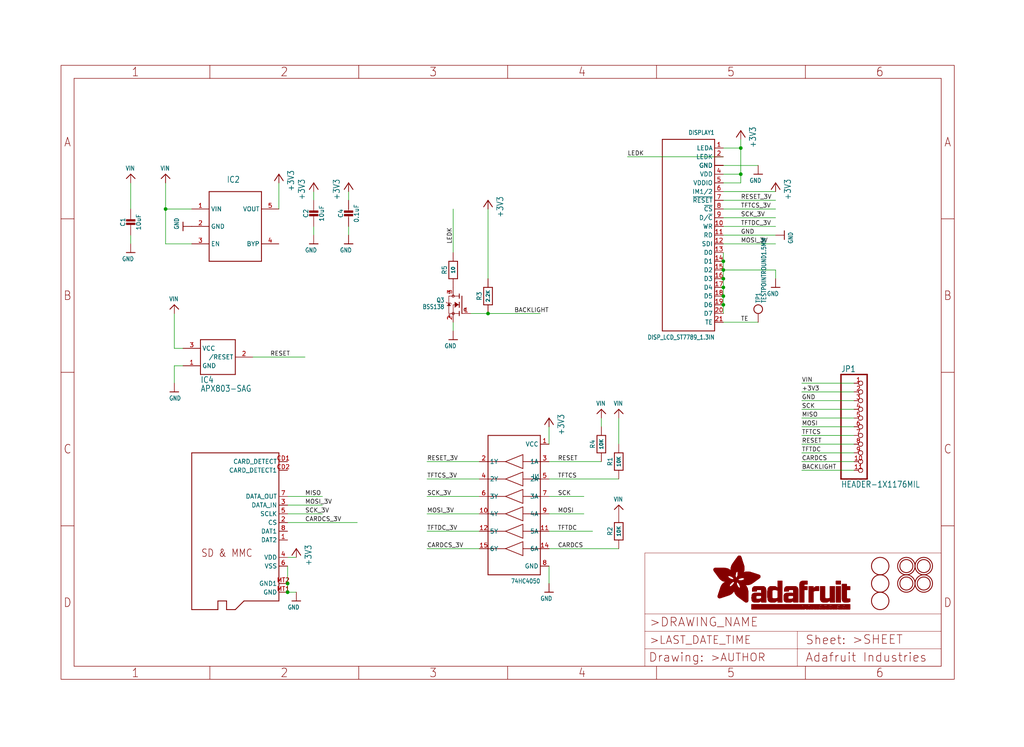
<source format=kicad_sch>
(kicad_sch (version 20211123) (generator eeschema)
  (paper "User" 298.45 217.881)
  (lib_symbols
    (symbol "schematicEagle-eagle-import:+3V3" (power)
      (property "Value" "+3V3" (at -2.54 -5.08 90))
      (symbol "+3V3_1_0"
        (pin power_in line (at 0 -2.54 90) (length 2.54) (name "+3V3") (number "1"))
      )
    )
    (symbol "schematicEagle-eagle-import:74HC4050DTSSOP"
      (property "Reference" "U" (at -7.62 22.86 0))
      (property "Value" "74HC4050DTSSOP" (at -7.62 -22.86 0))
      (symbol "74HC4050DTSSOP_1_0"
        (pin bidirectional line (at -10.16 17.78 0) (length 2.54) (name "VCC") (number "1"))
        (pin bidirectional line (at 10.16 -2.54 180) (length 2.54) (name "4Y") (number "10"))
        (pin bidirectional line (at -10.16 -7.62 0) (length 2.54) (name "5A") (number "11"))
        (pin bidirectional line (at 10.16 -7.62 180) (length 2.54) (name "5Y") (number "12"))
        (pin bidirectional line (at -10.16 -12.7 0) (length 2.54) (name "6A") (number "14"))
        (pin bidirectional line (at 10.16 -12.7 180) (length 2.54) (name "6Y") (number "15"))
        (pin bidirectional line (at 10.16 12.7 180) (length 2.54) (name "1Y") (number "2"))
        (pin bidirectional line (at -10.16 12.7 0) (length 2.54) (name "1A") (number "3"))
        (pin bidirectional line (at 10.16 7.62 180) (length 2.54) (name "2Y") (number "4"))
        (pin bidirectional line (at -10.16 7.62 0) (length 2.54) (name "2A") (number "5"))
        (pin bidirectional line (at 10.16 2.54 180) (length 2.54) (name "3Y") (number "6"))
        (pin bidirectional line (at -10.16 2.54 0) (length 2.54) (name "3A") (number "7"))
        (pin bidirectional line (at -10.16 -17.78 0) (length 2.54) (name "GND") (number "8"))
        (pin bidirectional line (at -10.16 -2.54 0) (length 2.54) (name "4A") (number "9"))
      )
    )
    (symbol "schematicEagle-eagle-import:AXP083-SAG"
      (property "Reference" "IC" (at -5.08 -7.62 0))
      (property "Value" "AXP083-SAG" (at -5.08 -10.16 0))
      (symbol "AXP083-SAG_1_0"
        (pin power_in line (at -10.16 -2.54 0) (length 5.08) (name "GND") (number "1"))
        (pin output line (at 10.16 0 180) (length 5.08) (name "/RESET") (number "2"))
        (pin power_in line (at -10.16 2.54 0) (length 5.08) (name "VCC") (number "3"))
      )
    )
    (symbol "schematicEagle-eagle-import:CAP_CERAMIC0603_NO"
      (property "Reference" "C" (at -2.29 1.25 90))
      (property "Value" "CAP_CERAMIC0603_NO" (at 2.3 1.25 90))
      (symbol "CAP_CERAMIC0603_NO_1_0"
        (pin passive line (at 0 5.08 270) (length 2.54) (name "1") (number "1"))
        (pin passive line (at 0 -2.54 90) (length 2.54) (name "2") (number "2"))
      )
    )
    (symbol "schematicEagle-eagle-import:CAP_CERAMIC0805-NOOUTLINE"
      (property "Reference" "C" (at -2.29 1.25 90))
      (property "Value" "CAP_CERAMIC0805-NOOUTLINE" (at 2.3 1.25 90))
      (symbol "CAP_CERAMIC0805-NOOUTLINE_1_0"
        (pin passive line (at 0 5.08 270) (length 2.54) (name "1") (number "1"))
        (pin passive line (at 0 -2.54 90) (length 2.54) (name "2") (number "2"))
      )
    )
    (symbol "schematicEagle-eagle-import:DISP_LCD_ST7789_1.3IN"
      (property "Reference" "DISPLAY" (at -7.62 31.75 0))
      (property "Value" "DISP_LCD_ST7789_1.3IN" (at -7.62 -27.94 0))
      (symbol "DISP_LCD_ST7789_1.3IN_1_0"
        (pin input line (at -10.16 27.94 0) (length 2.54) (name "LEDA") (number "1"))
        (pin input line (at -10.16 5.08 0) (length 2.54) (name "WR") (number "10"))
        (pin input line (at -10.16 2.54 0) (length 2.54) (name "RD") (number "11"))
        (pin input line (at -10.16 0 0) (length 2.54) (name "SDI") (number "12"))
        (pin bidirectional line (at -10.16 -2.54 0) (length 2.54) (name "D0") (number "13"))
        (pin bidirectional line (at -10.16 -5.08 0) (length 2.54) (name "D1") (number "14"))
        (pin bidirectional line (at -10.16 -7.62 0) (length 2.54) (name "D2") (number "15"))
        (pin bidirectional line (at -10.16 -10.16 0) (length 2.54) (name "D3") (number "16"))
        (pin bidirectional line (at -10.16 -12.7 0) (length 2.54) (name "D4") (number "17"))
        (pin bidirectional line (at -10.16 -15.24 0) (length 2.54) (name "D5") (number "18"))
        (pin bidirectional line (at -10.16 -17.78 0) (length 2.54) (name "D6") (number "19"))
        (pin input line (at -10.16 25.4 0) (length 2.54) (name "LEDK") (number "2"))
        (pin bidirectional line (at -10.16 -20.32 0) (length 2.54) (name "D7") (number "20"))
        (pin output line (at -10.16 -22.86 0) (length 2.54) (name "TE") (number "21"))
        (pin power_in line (at -10.16 22.86 0) (length 2.54) (name "GND") (number "23"))
        (pin power_in line (at -10.16 22.86 0) (length 2.54) (name "GND") (number "24"))
        (pin power_in line (at -10.16 22.86 0) (length 2.54) (name "GND") (number "3"))
        (pin power_in line (at -10.16 20.32 0) (length 2.54) (name "VDD") (number "4"))
        (pin power_in line (at -10.16 17.78 0) (length 2.54) (name "VDDIO") (number "5"))
        (pin input line (at -10.16 15.24 0) (length 2.54) (name "IM1/2") (number "6"))
        (pin input line (at -10.16 12.7 0) (length 2.54) (name "~{RESET}") (number "7"))
        (pin input line (at -10.16 10.16 0) (length 2.54) (name "~{CS}") (number "8"))
        (pin input line (at -10.16 7.62 0) (length 2.54) (name "D/~{C}") (number "9"))
      )
    )
    (symbol "schematicEagle-eagle-import:FIDUCIAL")
    (symbol "schematicEagle-eagle-import:FRAME_A4_ADAFRUIT"
      (symbol "FRAME_A4_ADAFRUIT_0_0"
        (text "1" (at 21.6958 1.905 0) (effects (font (size 2.54 2.286))))
        (text "1" (at 21.6958 177.165 0) (effects (font (size 2.54 2.286))))
        (text "2" (at 65.0875 1.905 0) (effects (font (size 2.54 2.286))))
        (text "2" (at 65.0875 177.165 0) (effects (font (size 2.54 2.286))))
        (text "3" (at 108.4792 1.905 0) (effects (font (size 2.54 2.286))))
        (text "3" (at 108.4792 177.165 0) (effects (font (size 2.54 2.286))))
        (text "4" (at 151.8708 1.905 0) (effects (font (size 2.54 2.286))))
        (text "4" (at 151.8708 177.165 0) (effects (font (size 2.54 2.286))))
        (text "5" (at 195.2625 1.905 0) (effects (font (size 2.54 2.286))))
        (text "5" (at 195.2625 177.165 0) (effects (font (size 2.54 2.286))))
        (text "6" (at 238.6542 1.905 0) (effects (font (size 2.54 2.286))))
        (text "6" (at 238.6542 177.165 0) (effects (font (size 2.54 2.286))))
        (text "A" (at 1.905 156.6863 0) (effects (font (size 2.54 2.286))))
        (text "A" (at 258.445 156.6863 0) (effects (font (size 2.54 2.286))))
        (text "B" (at 1.905 111.9188 0) (effects (font (size 2.54 2.286))))
        (text "B" (at 258.445 111.9188 0) (effects (font (size 2.54 2.286))))
        (text "C" (at 1.905 67.1513 0) (effects (font (size 2.54 2.286))))
        (text "C" (at 258.445 67.1513 0) (effects (font (size 2.54 2.286))))
        (text "D" (at 1.905 22.3838 0) (effects (font (size 2.54 2.286))))
        (text "D" (at 258.445 22.3838 0) (effects (font (size 2.54 2.286))))
      )
      (symbol "FRAME_A4_ADAFRUIT_1_0"
        (text ">AUTHOR" (at 189.23 5.08 0) (effects (font (size 2.286 2.286)) (justify left bottom)))
        (text ">DRAWING_NAME" (at 171.45 15.24 0) (effects (font (size 2.54 2.54)) (justify left bottom)))
        (text ">LAST_DATE_TIME" (at 171.45 10.16 0) (effects (font (size 2.286 2.286)) (justify left bottom)))
        (text ">SHEET" (at 230.505 10.16 0) (effects (font (size 2.54 2.54)) (justify left bottom)))
        (text "Adafruit Industries" (at 216.916 4.953 0) (effects (font (size 2.54 2.54)) (justify left bottom)))
        (text "Drawing:" (at 171.196 4.953 0) (effects (font (size 2.54 2.54)) (justify left bottom)))
        (text "Sheet:" (at 216.916 10.033 0) (effects (font (size 2.54 2.54)) (justify left bottom)))
      )
    )
    (symbol "schematicEagle-eagle-import:GND" (power)
      (property "Value" "GND" (at -1.524 -2.54 0))
      (symbol "GND_1_0"
        (pin power_in line (at 0 2.54 270) (length 2.54) (name "GND") (number "1"))
      )
    )
    (symbol "schematicEagle-eagle-import:HEADER-1X1176MIL"
      (property "Reference" "JP" (at -6.35 15.875 0))
      (property "Value" "HEADER-1X1176MIL" (at -6.35 -17.78 0))
      (symbol "HEADER-1X1176MIL_1_0"
        (pin passive inverted (at -2.54 12.7 0) (length 2.54) (name "1") (number "1"))
        (pin passive inverted (at -2.54 -10.16 0) (length 2.54) (name "10") (number "10"))
        (pin passive inverted (at -2.54 -12.7 0) (length 2.54) (name "11") (number "11"))
        (pin passive inverted (at -2.54 10.16 0) (length 2.54) (name "2") (number "2"))
        (pin passive inverted (at -2.54 7.62 0) (length 2.54) (name "3") (number "3"))
        (pin passive inverted (at -2.54 5.08 0) (length 2.54) (name "4") (number "4"))
        (pin passive inverted (at -2.54 2.54 0) (length 2.54) (name "5") (number "5"))
        (pin passive inverted (at -2.54 0 0) (length 2.54) (name "6") (number "6"))
        (pin passive inverted (at -2.54 -2.54 0) (length 2.54) (name "7") (number "7"))
        (pin passive inverted (at -2.54 -5.08 0) (length 2.54) (name "8") (number "8"))
        (pin passive inverted (at -2.54 -7.62 0) (length 2.54) (name "9") (number "9"))
      )
    )
    (symbol "schematicEagle-eagle-import:LP298XS"
      (property "Reference" "IC" (at -12.7 -5.08 90))
      (property "Value" "LP298XS" (at 12.7 -5.08 90))
      (symbol "LP298XS_1_0"
        (pin bidirectional line (at -5.08 -15.24 90) (length 5.08) (name "VIN") (number "1"))
        (pin bidirectional line (at 0 -15.24 90) (length 5.08) (name "GND") (number "2"))
        (pin bidirectional line (at 5.08 -15.24 90) (length 5.08) (name "EN") (number "3"))
        (pin bidirectional line (at 5.08 10.16 270) (length 5.08) (name "BYP") (number "4"))
        (pin bidirectional line (at -5.08 10.16 270) (length 5.08) (name "VOUT") (number "5"))
      )
    )
    (symbol "schematicEagle-eagle-import:MICROSD"
      (symbol "MICROSD_1_0"
        (text "SD & MMC" (at -7.62 -10.16 0) (effects (font (size 2.1844 1.8567)) (justify left bottom)))
        (pin bidirectional line (at -17.78 -5.08 0) (length 2.54) (name "DAT2") (number "1"))
        (pin input line (at -17.78 0 0) (length 2.54) (name "CS") (number "2"))
        (pin input line (at -17.78 5.08 0) (length 2.54) (name "DATA_IN") (number "3"))
        (pin power_in line (at -17.78 -10.16 0) (length 2.54) (name "VDD") (number "4"))
        (pin input line (at -17.78 2.54 0) (length 2.54) (name "SCLK") (number "5"))
        (pin power_in line (at -17.78 -12.7 0) (length 2.54) (name "VSS") (number "6"))
        (pin output line (at -17.78 7.62 0) (length 2.54) (name "DATA_OUT") (number "7"))
        (pin bidirectional line (at -17.78 -2.54 0) (length 2.54) (name "DAT1") (number "8"))
        (pin passive line (at -17.78 17.78 0) (length 2.54) (name "CARD_DETECT") (number "CD1"))
        (pin passive line (at -17.78 15.24 0) (length 2.54) (name "CARD_DETECT1") (number "CD2"))
        (pin power_in line (at -17.78 -20.32 0) (length 2.54) (name "GND") (number "MT1"))
        (pin power_in line (at -17.78 -17.78 0) (length 2.54) (name "GND1") (number "MT2"))
      )
    )
    (symbol "schematicEagle-eagle-import:MOSFET-NWIDE"
      (property "Reference" "Q" (at 5.08 0.635 0))
      (property "Value" "MOSFET-NWIDE" (at 5.08 -1.27 0))
      (symbol "MOSFET-NWIDE_1_0"
        (text "D" (at 3.175 3.175 0) (effects (font (size 0.8128 0.6908)) (justify left bottom)))
        (text "G" (at -1.27 -1.905 0) (effects (font (size 0.8128 0.6908)) (justify left bottom)))
        (text "S" (at 3.175 -3.81 0) (effects (font (size 0.8128 0.6908)) (justify left bottom)))
        (pin bidirectional line (at -2.54 -2.54 0) (length 2.54) (name "G") (number "1"))
        (pin bidirectional line (at 2.54 -5.08 90) (length 2.54) (name "S") (number "2"))
        (pin bidirectional line (at 2.54 5.08 270) (length 2.54) (name "D") (number "3"))
      )
    )
    (symbol "schematicEagle-eagle-import:MOUNTINGHOLE2.5")
    (symbol "schematicEagle-eagle-import:RESISTOR_0603_NOOUT"
      (property "Reference" "R" (at 0 2.54 0))
      (property "Value" "RESISTOR_0603_NOOUT" (at 0 0 0))
      (symbol "RESISTOR_0603_NOOUT_1_0"
        (pin passive line (at -5.08 0 0) (length 2.54) (name "1") (number "1"))
        (pin passive line (at 5.08 0 180) (length 2.54) (name "2") (number "2"))
      )
    )
    (symbol "schematicEagle-eagle-import:TESTPOINTROUND1.5MM"
      (property "Reference" "TP" (at 0 5.588 90))
      (property "Value" "TESTPOINTROUND1.5MM" (at 1.651 5.588 90))
      (symbol "TESTPOINTROUND1.5MM_1_0"
        (pin bidirectional line (at 0 0 90) (length 2.54) (name "P$1") (number "P$1"))
      )
    )
    (symbol "schematicEagle-eagle-import:VIN" (power)
      (property "Value" "VIN" (at -1.524 1.016 0))
      (symbol "VIN_1_0"
        (pin power_in line (at 0 -2.54 90) (length 2.54) (name "VIN") (number "1"))
      )
    )
  )
  (junction (at 83.82 170.18))
  (junction (at 210.82 86.36))
  (junction (at 215.9 50.8))
  (junction (at 48.26 60.96))
  (junction (at 210.82 81.28))
  (junction (at 210.82 83.82))
  (junction (at 210.82 78.74))
  (junction (at 210.82 76.2))
  (junction (at 210.82 88.9))
  (junction (at 83.82 172.72))
  (junction (at 142.24 91.44))
  (junction (at 215.9 43.18))
  (wire (pts (xy 81.28 53.34) (xy 81.28 60.96)))
  (wire (pts (xy 215.9 43.18) (xy 215.9 40.64)))
  (wire (pts (xy 210.82 78.74) (xy 226.06 78.74)))
  (wire (pts (xy 101.6 55.88) (xy 101.6 58.42)))
  (wire (pts (xy 91.44 68.58) (xy 91.44 66.04)))
  (wire (pts (xy 50.8 91.44) (xy 50.8 101.6)))
  (wire (pts (xy 210.82 68.58) (xy 226.06 68.58)))
  (wire (pts (xy 73.66 104.14) (xy 88.9 104.14)))
  (wire (pts (xy 248.92 111.76) (xy 233.68 111.76)))
  (wire (pts (xy 104.14 152.4) (xy 83.82 152.4)))
  (wire (pts (xy 210.82 86.36) (xy 210.82 88.9)))
  (wire (pts (xy 210.82 81.28) (xy 210.82 83.82)))
  (wire (pts (xy 50.8 106.68) (xy 53.34 106.68)))
  (wire (pts (xy 210.82 83.82) (xy 210.82 86.36)))
  (wire (pts (xy 160.02 170.18) (xy 160.02 165.1)))
  (wire (pts (xy 38.1 71.12) (xy 38.1 68.58)))
  (wire (pts (xy 137.16 91.44) (xy 142.24 91.44)))
  (wire (pts (xy 210.82 73.66) (xy 210.82 76.2)))
  (wire (pts (xy 210.82 55.88) (xy 226.06 55.88)))
  (wire (pts (xy 210.82 63.5) (xy 226.06 63.5)))
  (wire (pts (xy 210.82 88.9) (xy 210.82 91.44)))
  (wire (pts (xy 48.26 60.96) (xy 48.26 53.34)))
  (wire (pts (xy 160.02 134.62) (xy 175.26 134.62)))
  (wire (pts (xy 233.68 114.3) (xy 248.92 114.3)))
  (wire (pts (xy 93.98 147.32) (xy 83.82 147.32)))
  (wire (pts (xy 215.9 50.8) (xy 215.9 43.18)))
  (wire (pts (xy 38.1 53.34) (xy 38.1 60.96)))
  (wire (pts (xy 48.26 60.96) (xy 55.88 60.96)))
  (wire (pts (xy 226.06 71.12) (xy 210.82 71.12)))
  (wire (pts (xy 139.7 144.78) (xy 124.46 144.78)))
  (wire (pts (xy 233.68 121.92) (xy 248.92 121.92)))
  (wire (pts (xy 83.82 172.72) (xy 83.82 170.18)))
  (wire (pts (xy 248.92 119.38) (xy 233.68 119.38)))
  (wire (pts (xy 139.7 139.7) (xy 124.46 139.7)))
  (wire (pts (xy 101.6 68.58) (xy 101.6 66.04)))
  (wire (pts (xy 132.08 96.52) (xy 132.08 93.98)))
  (wire (pts (xy 86.36 162.56) (xy 83.82 162.56)))
  (wire (pts (xy 226.06 78.74) (xy 226.06 81.28)))
  (wire (pts (xy 248.92 129.54) (xy 233.68 129.54)))
  (wire (pts (xy 248.92 137.16) (xy 233.68 137.16)))
  (wire (pts (xy 83.82 170.18) (xy 83.82 165.1)))
  (wire (pts (xy 248.92 132.08) (xy 233.68 132.08)))
  (wire (pts (xy 210.82 48.26) (xy 220.98 48.26)))
  (wire (pts (xy 91.44 55.88) (xy 91.44 58.42)))
  (wire (pts (xy 210.82 58.42) (xy 226.06 58.42)))
  (wire (pts (xy 55.88 71.12) (xy 48.26 71.12)))
  (wire (pts (xy 160.02 160.02) (xy 180.34 160.02)))
  (wire (pts (xy 132.08 73.66) (xy 132.08 60.96)))
  (wire (pts (xy 215.9 53.34) (xy 215.9 50.8)))
  (wire (pts (xy 210.82 53.34) (xy 215.9 53.34)))
  (wire (pts (xy 210.82 45.72) (xy 182.88 45.72)))
  (wire (pts (xy 83.82 172.72) (xy 86.36 172.72)))
  (wire (pts (xy 210.82 93.98) (xy 220.98 93.98)))
  (wire (pts (xy 50.8 111.76) (xy 50.8 106.68)))
  (wire (pts (xy 226.06 60.96) (xy 210.82 60.96)))
  (wire (pts (xy 226.06 66.04) (xy 210.82 66.04)))
  (wire (pts (xy 93.98 149.86) (xy 83.82 149.86)))
  (wire (pts (xy 170.18 144.78) (xy 160.02 144.78)))
  (wire (pts (xy 248.92 124.46) (xy 233.68 124.46)))
  (wire (pts (xy 248.92 116.84) (xy 233.68 116.84)))
  (wire (pts (xy 160.02 124.46) (xy 160.02 129.54)))
  (wire (pts (xy 210.82 76.2) (xy 210.82 78.74)))
  (wire (pts (xy 175.26 124.46) (xy 175.26 121.92)))
  (wire (pts (xy 160.02 154.94) (xy 172.72 154.94)))
  (wire (pts (xy 210.82 78.74) (xy 210.82 81.28)))
  (wire (pts (xy 48.26 71.12) (xy 48.26 60.96)))
  (wire (pts (xy 210.82 50.8) (xy 215.9 50.8)))
  (wire (pts (xy 139.7 160.02) (xy 124.46 160.02)))
  (wire (pts (xy 139.7 149.86) (xy 124.46 149.86)))
  (wire (pts (xy 83.82 144.78) (xy 93.98 144.78)))
  (wire (pts (xy 210.82 43.18) (xy 215.9 43.18)))
  (wire (pts (xy 233.68 127) (xy 248.92 127)))
  (wire (pts (xy 160.02 139.7) (xy 180.34 139.7)))
  (wire (pts (xy 160.02 149.86) (xy 170.18 149.86)))
  (wire (pts (xy 248.92 134.62) (xy 233.68 134.62)))
  (wire (pts (xy 180.34 121.92) (xy 180.34 129.54)))
  (wire (pts (xy 142.24 91.44) (xy 157.48 91.44)))
  (wire (pts (xy 139.7 154.94) (xy 124.46 154.94)))
  (wire (pts (xy 139.7 134.62) (xy 124.46 134.62)))
  (wire (pts (xy 53.34 101.6) (xy 50.8 101.6)))
  (wire (pts (xy 142.24 60.96) (xy 142.24 81.28)))
  (label "MISO" (at 88.9 144.78 0) (effects (font (size 1.2446 1.2446))))
  (label "SCK" (at 233.68 119.38 0) (effects (font (size 1.2446 1.2446))))
  (label "CARDCS_3V" (at 124.46 160.02 0) (effects (font (size 1.2446 1.2446))))
  (label "TFTCS_3V" (at 124.46 139.7 0) (effects (font (size 1.2446 1.2446))))
  (label "VIN" (at 233.68 111.76 0) (effects (font (size 1.2446 1.2446))))
  (label "TFTDC_3V" (at 215.9 66.04 0) (effects (font (size 1.2446 1.2446))))
  (label "BACKLIGHT" (at 149.86 91.44 0) (effects (font (size 1.2446 1.2446))))
  (label "TFTDC" (at 162.56 154.94 0) (effects (font (size 1.2446 1.2446))))
  (label "+3V3" (at 233.68 114.3 0) (effects (font (size 1.2446 1.2446))))
  (label "RESET" (at 162.56 134.62 0) (effects (font (size 1.2446 1.2446))))
  (label "SCK_3V" (at 124.46 144.78 0) (effects (font (size 1.2446 1.2446))))
  (label "TFTDC_3V" (at 124.46 154.94 0) (effects (font (size 1.2446 1.2446))))
  (label "LEDK" (at 132.08 71.12 90) (effects (font (size 1.2446 1.2446))))
  (label "TFTCS" (at 162.56 139.7 0) (effects (font (size 1.2446 1.2446))))
  (label "CARDCS_3V" (at 88.9 152.4 0) (effects (font (size 1.2446 1.2446))))
  (label "TFTCS" (at 233.68 127 0) (effects (font (size 1.2446 1.2446))))
  (label "TE" (at 215.9 93.98 0) (effects (font (size 1.2446 1.2446))))
  (label "MOSI_3V" (at 215.9 71.12 0) (effects (font (size 1.2446 1.2446))))
  (label "MOSI" (at 233.68 124.46 0) (effects (font (size 1.2446 1.2446))))
  (label "MOSI_3V" (at 124.46 149.86 0) (effects (font (size 1.2446 1.2446))))
  (label "MOSI" (at 162.56 149.86 0) (effects (font (size 1.2446 1.2446))))
  (label "LEDK" (at 182.88 45.72 0) (effects (font (size 1.2446 1.2446))))
  (label "RESET_3V" (at 215.9 58.42 0) (effects (font (size 1.2446 1.2446))))
  (label "SCK_3V" (at 88.9 149.86 0) (effects (font (size 1.2446 1.2446))))
  (label "MISO" (at 233.68 121.92 0) (effects (font (size 1.2446 1.2446))))
  (label "BACKLIGHT" (at 233.68 137.16 0) (effects (font (size 1.2446 1.2446))))
  (label "TFTCS_3V" (at 215.9 60.96 0) (effects (font (size 1.2446 1.2446))))
  (label "TFTDC" (at 233.68 132.08 0) (effects (font (size 1.2446 1.2446))))
  (label "MOSI_3V" (at 88.9 147.32 0) (effects (font (size 1.2446 1.2446))))
  (label "GND" (at 215.9 68.58 0) (effects (font (size 1.2446 1.2446))))
  (label "RESET" (at 233.68 129.54 0) (effects (font (size 1.2446 1.2446))))
  (label "SCK" (at 162.56 144.78 0) (effects (font (size 1.2446 1.2446))))
  (label "GND" (at 233.68 116.84 0) (effects (font (size 1.2446 1.2446))))
  (label "RESET" (at 78.74 104.14 0) (effects (font (size 1.2446 1.2446))))
  (label "CARDCS" (at 162.56 160.02 0) (effects (font (size 1.2446 1.2446))))
  (label "RESET_3V" (at 124.46 134.62 0) (effects (font (size 1.2446 1.2446))))
  (label "CARDCS" (at 233.68 134.62 0) (effects (font (size 1.2446 1.2446))))
  (label "SCK_3V" (at 215.9 63.5 0) (effects (font (size 1.2446 1.2446))))
  (symbol (lib_id "schematicEagle-eagle-import:TESTPOINTROUND1.5MM") (at 220.98 93.98 0) (unit 1)
    (property "Reference" "TP1" (at 220.98 88.392 90) (effects (font (size 1.27 1.0795)) (justify left)))
    (property "Value" "TESTPOINTROUND1.5MM" (at 222.631 88.392 90) (effects (font (size 1.27 1.0795)) (justify left)))
    (property "Footprint" "schematicEagle:TESTPOINT_ROUND_1.5MM" (effects hide))
  )
  (symbol (lib_id "schematicEagle-eagle-import:GND") (at 50.8 114.3 0) (unit 1)
    (property "Reference" "#U$11" (effects hide))
    (property "Value" "GND" (at 49.276 116.84 0) (effects (font (size 1.27 1.0795)) (justify left bottom)))
    (property "Footprint" "schematicEagle:" (effects hide))
  )
  (symbol (lib_id "schematicEagle-eagle-import:CAP_CERAMIC0805-NOOUTLINE") (at 38.1 66.04 0) (unit 1)
    (property "Reference" "C1" (at 35.81 64.79 90))
    (property "Value" "10uF" (at 40.4 64.79 90))
    (property "Footprint" "schematicEagle:0805-NO" (effects hide))
  )
  (symbol (lib_id "schematicEagle-eagle-import:+3V3") (at 142.24 58.42 0) (mirror y) (unit 1)
    (property "Reference" "#+3V9" (effects hide))
    (property "Value" "+3V3" (at 144.78 63.5 90) (effects (font (size 1.778 1.5113)) (justify left bottom)))
    (property "Footprint" "schematicEagle:" (effects hide))
  )
  (symbol (lib_id "schematicEagle-eagle-import:RESISTOR_0603_NOOUT") (at 180.34 134.62 90) (unit 1)
    (property "Reference" "R1" (at 177.8 134.62 0))
    (property "Value" "10K" (at 180.34 134.62 0) (effects (font (size 1.016 1.016) bold)))
    (property "Footprint" "schematicEagle:0603-NO" (effects hide))
  )
  (symbol (lib_id "schematicEagle-eagle-import:AXP083-SAG") (at 63.5 104.14 0) (unit 1)
    (property "Reference" "IC4" (at 58.42 111.76 0) (effects (font (size 1.778 1.5113)) (justify left bottom)))
    (property "Value" "APX803-SAG" (at 58.42 114.3 0) (effects (font (size 1.778 1.5113)) (justify left bottom)))
    (property "Footprint" "schematicEagle:SOT23" (effects hide))
  )
  (symbol (lib_id "schematicEagle-eagle-import:FIDUCIAL") (at 256.54 165.1 0) (unit 1)
    (property "Reference" "U$4" (effects hide))
    (property "Value" "FIDUCIAL" (effects hide))
    (property "Footprint" "schematicEagle:FIDUCIAL_1MM" (effects hide))
  )
  (symbol (lib_id "schematicEagle-eagle-import:VIN") (at 180.34 147.32 0) (unit 1)
    (property "Reference" "#U$13" (effects hide))
    (property "Value" "VIN" (at 178.816 146.304 0) (effects (font (size 1.27 1.0795)) (justify left bottom)))
    (property "Footprint" "schematicEagle:" (effects hide))
  )
  (symbol (lib_id "schematicEagle-eagle-import:GND") (at 38.1 73.66 0) (unit 1)
    (property "Reference" "#GND12" (effects hide))
    (property "Value" "GND" (at 35.56 76.2 0) (effects (font (size 1.27 1.0795)) (justify left bottom)))
    (property "Footprint" "schematicEagle:" (effects hide))
  )
  (symbol (lib_id "schematicEagle-eagle-import:FIDUCIAL") (at 256.54 170.18 0) (unit 1)
    (property "Reference" "U$3" (effects hide))
    (property "Value" "FIDUCIAL" (effects hide))
    (property "Footprint" "schematicEagle:FIDUCIAL_1MM" (effects hide))
  )
  (symbol (lib_id "schematicEagle-eagle-import:CAP_CERAMIC0603_NO") (at 101.6 63.5 0) (unit 1)
    (property "Reference" "C4" (at 99.31 62.25 90))
    (property "Value" "0.1uF" (at 103.9 62.25 90))
    (property "Footprint" "schematicEagle:0603-NO" (effects hide))
  )
  (symbol (lib_id "schematicEagle-eagle-import:HEADER-1X1176MIL") (at 251.46 124.46 0) (unit 1)
    (property "Reference" "JP1" (at 245.11 108.585 0) (effects (font (size 1.778 1.5113)) (justify left bottom)))
    (property "Value" "HEADER-1X1176MIL" (at 245.11 142.24 0) (effects (font (size 1.778 1.5113)) (justify left bottom)))
    (property "Footprint" "schematicEagle:1X11_ROUND_76" (effects hide))
  )
  (symbol (lib_id "schematicEagle-eagle-import:VIN") (at 50.8 88.9 0) (unit 1)
    (property "Reference" "#U$17" (effects hide))
    (property "Value" "VIN" (at 49.276 87.884 0) (effects (font (size 1.27 1.0795)) (justify left bottom)))
    (property "Footprint" "schematicEagle:" (effects hide))
  )
  (symbol (lib_id "schematicEagle-eagle-import:GND") (at 228.6 68.58 90) (unit 1)
    (property "Reference" "#GND6" (effects hide))
    (property "Value" "GND" (at 231.14 71.12 0) (effects (font (size 1.27 1.0795)) (justify left bottom)))
    (property "Footprint" "schematicEagle:" (effects hide))
  )
  (symbol (lib_id "schematicEagle-eagle-import:DISP_LCD_ST7789_1.3IN") (at 200.66 71.12 0) (mirror y) (unit 1)
    (property "Reference" "DISPLAY1" (at 208.28 39.37 0) (effects (font (size 1.27 1.0795)) (justify left bottom)))
    (property "Value" "DISP_LCD_ST7789_1.3IN" (at 208.28 99.06 0) (effects (font (size 1.27 1.0795)) (justify left bottom)))
    (property "Footprint" "schematicEagle:TFT_1.3IN_240X240_24P" (effects hide))
  )
  (symbol (lib_id "schematicEagle-eagle-import:VIN") (at 48.26 50.8 0) (unit 1)
    (property "Reference" "#U$6" (effects hide))
    (property "Value" "VIN" (at 46.736 49.784 0) (effects (font (size 1.27 1.0795)) (justify left bottom)))
    (property "Footprint" "schematicEagle:" (effects hide))
  )
  (symbol (lib_id "schematicEagle-eagle-import:VIN") (at 175.26 119.38 0) (unit 1)
    (property "Reference" "#U$14" (effects hide))
    (property "Value" "VIN" (at 173.736 118.364 0) (effects (font (size 1.27 1.0795)) (justify left bottom)))
    (property "Footprint" "schematicEagle:" (effects hide))
  )
  (symbol (lib_id "schematicEagle-eagle-import:GND") (at 226.06 83.82 0) (unit 1)
    (property "Reference" "#GND4" (effects hide))
    (property "Value" "GND" (at 223.52 86.36 0) (effects (font (size 1.27 1.0795)) (justify left bottom)))
    (property "Footprint" "schematicEagle:" (effects hide))
  )
  (symbol (lib_id "schematicEagle-eagle-import:+3V3") (at 160.02 121.92 0) (mirror y) (unit 1)
    (property "Reference" "#+3V3" (effects hide))
    (property "Value" "+3V3" (at 162.56 127 90) (effects (font (size 1.778 1.5113)) (justify left bottom)))
    (property "Footprint" "schematicEagle:" (effects hide))
  )
  (symbol (lib_id "schematicEagle-eagle-import:GND") (at 86.36 175.26 0) (unit 1)
    (property "Reference" "#GND1" (effects hide))
    (property "Value" "GND" (at 83.82 177.8 0) (effects (font (size 1.27 1.0795)) (justify left bottom)))
    (property "Footprint" "schematicEagle:" (effects hide))
  )
  (symbol (lib_id "schematicEagle-eagle-import:RESISTOR_0603_NOOUT") (at 180.34 154.94 90) (unit 1)
    (property "Reference" "R2" (at 177.8 154.94 0))
    (property "Value" "10K" (at 180.34 154.94 0) (effects (font (size 1.016 1.016) bold)))
    (property "Footprint" "schematicEagle:0603-NO" (effects hide))
  )
  (symbol (lib_id "schematicEagle-eagle-import:+3V3") (at 81.28 50.8 0) (mirror y) (unit 1)
    (property "Reference" "#+3V2" (effects hide))
    (property "Value" "+3V3" (at 83.82 55.88 90) (effects (font (size 1.778 1.5113)) (justify left bottom)))
    (property "Footprint" "schematicEagle:" (effects hide))
  )
  (symbol (lib_id "schematicEagle-eagle-import:+3V3") (at 226.06 53.34 0) (mirror y) (unit 1)
    (property "Reference" "#+3V5" (effects hide))
    (property "Value" "+3V3" (at 228.6 58.42 90) (effects (font (size 1.778 1.5113)) (justify left bottom)))
    (property "Footprint" "schematicEagle:" (effects hide))
  )
  (symbol (lib_id "schematicEagle-eagle-import:MOUNTINGHOLE2.5") (at 264.16 165.1 0) (unit 1)
    (property "Reference" "U$7" (effects hide))
    (property "Value" "MOUNTINGHOLE2.5" (effects hide))
    (property "Footprint" "schematicEagle:MOUNTINGHOLE_2.5_PLATED" (effects hide))
  )
  (symbol (lib_id "schematicEagle-eagle-import:CAP_CERAMIC0805-NOOUTLINE") (at 91.44 63.5 0) (unit 1)
    (property "Reference" "C2" (at 89.15 62.25 90))
    (property "Value" "10uF" (at 93.74 62.25 90))
    (property "Footprint" "schematicEagle:0805-NO" (effects hide))
  )
  (symbol (lib_id "schematicEagle-eagle-import:FIDUCIAL") (at 256.54 175.26 0) (unit 1)
    (property "Reference" "U$5" (effects hide))
    (property "Value" "FIDUCIAL" (effects hide))
    (property "Footprint" "schematicEagle:FIDUCIAL_1MM" (effects hide))
  )
  (symbol (lib_id "schematicEagle-eagle-import:MOSFET-NWIDE") (at 134.62 88.9 0) (mirror y) (unit 1)
    (property "Reference" "Q3" (at 129.54 88.265 0) (effects (font (size 1.27 1.0795)) (justify left bottom)))
    (property "Value" "BSS138" (at 129.54 90.17 0) (effects (font (size 1.27 1.0795)) (justify left bottom)))
    (property "Footprint" "schematicEagle:SOT23-WIDE" (effects hide))
  )
  (symbol (lib_id "schematicEagle-eagle-import:+3V3") (at 101.6 53.34 0) (unit 1)
    (property "Reference" "#+3V8" (effects hide))
    (property "Value" "+3V3" (at 99.06 58.42 90) (effects (font (size 1.778 1.5113)) (justify left bottom)))
    (property "Footprint" "schematicEagle:" (effects hide))
  )
  (symbol (lib_id "schematicEagle-eagle-import:GND") (at 220.98 50.8 0) (unit 1)
    (property "Reference" "#GND3" (effects hide))
    (property "Value" "GND" (at 218.44 53.34 0) (effects (font (size 1.27 1.0795)) (justify left bottom)))
    (property "Footprint" "schematicEagle:" (effects hide))
  )
  (symbol (lib_id "schematicEagle-eagle-import:+3V3") (at 91.44 53.34 0) (unit 1)
    (property "Reference" "#+3V6" (effects hide))
    (property "Value" "+3V3" (at 88.9 58.42 90) (effects (font (size 1.778 1.5113)) (justify left bottom)))
    (property "Footprint" "schematicEagle:" (effects hide))
  )
  (symbol (lib_id "schematicEagle-eagle-import:MOUNTINGHOLE2.5") (at 269.24 170.18 0) (unit 1)
    (property "Reference" "U$9" (effects hide))
    (property "Value" "MOUNTINGHOLE2.5" (effects hide))
    (property "Footprint" "schematicEagle:MOUNTINGHOLE_2.5_PLATED" (effects hide))
  )
  (symbol (lib_id "schematicEagle-eagle-import:RESISTOR_0603_NOOUT") (at 142.24 86.36 90) (unit 1)
    (property "Reference" "R3" (at 139.7 86.36 0))
    (property "Value" "2.2K" (at 142.24 86.36 0) (effects (font (size 1.016 1.016) bold)))
    (property "Footprint" "schematicEagle:0603-NO" (effects hide))
  )
  (symbol (lib_id "schematicEagle-eagle-import:RESISTOR_0603_NOOUT") (at 175.26 129.54 90) (unit 1)
    (property "Reference" "R4" (at 172.72 129.54 0))
    (property "Value" "10K" (at 175.26 129.54 0) (effects (font (size 1.016 1.016) bold)))
    (property "Footprint" "schematicEagle:0603-NO" (effects hide))
  )
  (symbol (lib_id "schematicEagle-eagle-import:GND") (at 132.08 99.06 0) (unit 1)
    (property "Reference" "#GND5" (effects hide))
    (property "Value" "GND" (at 129.54 101.6 0) (effects (font (size 1.27 1.0795)) (justify left bottom)))
    (property "Footprint" "schematicEagle:" (effects hide))
  )
  (symbol (lib_id "schematicEagle-eagle-import:MOUNTINGHOLE2.5") (at 264.16 170.18 0) (unit 1)
    (property "Reference" "U$10" (effects hide))
    (property "Value" "MOUNTINGHOLE2.5" (effects hide))
    (property "Footprint" "schematicEagle:MOUNTINGHOLE_2.5_PLATED" (effects hide))
  )
  (symbol (lib_id "schematicEagle-eagle-import:VIN") (at 38.1 50.8 0) (unit 1)
    (property "Reference" "#U$1" (effects hide))
    (property "Value" "VIN" (at 36.576 49.784 0) (effects (font (size 1.27 1.0795)) (justify left bottom)))
    (property "Footprint" "schematicEagle:" (effects hide))
  )
  (symbol (lib_id "schematicEagle-eagle-import:MOUNTINGHOLE2.5") (at 269.24 165.1 0) (unit 1)
    (property "Reference" "U$8" (effects hide))
    (property "Value" "MOUNTINGHOLE2.5" (effects hide))
    (property "Footprint" "schematicEagle:MOUNTINGHOLE_2.5_PLATED" (effects hide))
  )
  (symbol (lib_id "schematicEagle-eagle-import:+3V3") (at 215.9 38.1 0) (mirror y) (unit 1)
    (property "Reference" "#+3V7" (effects hide))
    (property "Value" "+3V3" (at 218.44 43.18 90) (effects (font (size 1.778 1.5113)) (justify left bottom)))
    (property "Footprint" "schematicEagle:" (effects hide))
  )
  (symbol (lib_id "schematicEagle-eagle-import:RESISTOR_0603_NOOUT") (at 132.08 78.74 90) (unit 1)
    (property "Reference" "R5" (at 129.54 78.74 0))
    (property "Value" "10" (at 132.08 78.74 0) (effects (font (size 1.016 1.016) bold)))
    (property "Footprint" "schematicEagle:0603-NO" (effects hide))
  )
  (symbol (lib_id "schematicEagle-eagle-import:VIN") (at 180.34 119.38 0) (unit 1)
    (property "Reference" "#U$12" (effects hide))
    (property "Value" "VIN" (at 178.816 118.364 0) (effects (font (size 1.27 1.0795)) (justify left bottom)))
    (property "Footprint" "schematicEagle:" (effects hide))
  )
  (symbol (lib_id "schematicEagle-eagle-import:74HC4050DTSSOP") (at 149.86 147.32 0) (mirror y) (unit 1)
    (property "Reference" "U1" (at 157.48 139.7 0) (effects (font (size 1.27 1.0795)) (justify left bottom)))
    (property "Value" "74HC4050" (at 157.48 170.18 0) (effects (font (size 1.27 1.0795)) (justify left bottom)))
    (property "Footprint" "schematicEagle:TSSOP16" (effects hide))
  )
  (symbol (lib_id "schematicEagle-eagle-import:LP298XS") (at 71.12 66.04 270) (unit 1)
    (property "Reference" "IC2" (at 66.04 53.34 90) (effects (font (size 1.778 1.5113)) (justify left bottom)))
    (property "Value" "AP2112K-3.3" (effects hide))
    (property "Footprint" "schematicEagle:SOT23-5L" (effects hide))
  )
  (symbol (lib_id "schematicEagle-eagle-import:GND") (at 160.02 172.72 0) (unit 1)
    (property "Reference" "#GND2" (effects hide))
    (property "Value" "GND" (at 157.48 175.26 0) (effects (font (size 1.27 1.0795)) (justify left bottom)))
    (property "Footprint" "schematicEagle:" (effects hide))
  )
  (symbol (lib_id "schematicEagle-eagle-import:+3V3") (at 86.36 160.02 0) (mirror y) (unit 1)
    (property "Reference" "#+3V4" (effects hide))
    (property "Value" "+3V3" (at 88.9 165.1 90) (effects (font (size 1.778 1.5113)) (justify left bottom)))
    (property "Footprint" "schematicEagle:" (effects hide))
  )
  (symbol (lib_id "schematicEagle-eagle-import:GND") (at 91.44 71.12 0) (unit 1)
    (property "Reference" "#GND11" (effects hide))
    (property "Value" "GND" (at 88.9 73.66 0) (effects (font (size 1.27 1.0795)) (justify left bottom)))
    (property "Footprint" "schematicEagle:" (effects hide))
  )
  (symbol (lib_id "schematicEagle-eagle-import:GND") (at 101.6 71.12 0) (unit 1)
    (property "Reference" "#GND13" (effects hide))
    (property "Value" "GND" (at 99.06 73.66 0) (effects (font (size 1.27 1.0795)) (justify left bottom)))
    (property "Footprint" "schematicEagle:" (effects hide))
  )
  (symbol (lib_id "schematicEagle-eagle-import:GND") (at 53.34 66.04 270) (unit 1)
    (property "Reference" "#GND9" (effects hide))
    (property "Value" "GND" (at 50.8 63.5 0) (effects (font (size 1.27 1.0795)) (justify left bottom)))
    (property "Footprint" "schematicEagle:" (effects hide))
  )
  (symbol (lib_id "schematicEagle-eagle-import:FRAME_A4_ADAFRUIT") (at 17.78 198.12 0) (unit 1)
    (property "Reference" "#U$15" (effects hide))
    (property "Value" "FRAME_A4_ADAFRUIT" (effects hide))
    (property "Footprint" "schematicEagle:" (effects hide))
  )
  (symbol (lib_id "schematicEagle-eagle-import:MICROSD") (at 66.04 152.4 0) (mirror y) (unit 1)
    (property "Reference" "Q2" (effects hide))
    (property "Value" "MICROSD" (effects hide))
    (property "Footprint" "schematicEagle:MICROSD" (effects hide))
  )
)
</source>
